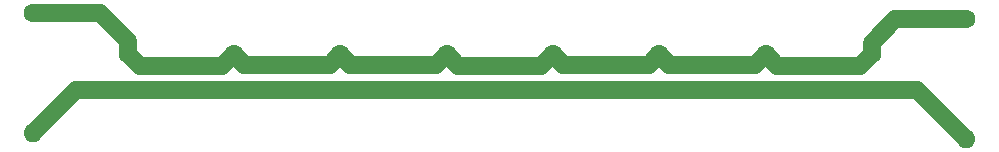
<source format=gbr>
G04 #@! TF.GenerationSoftware,KiCad,Pcbnew,(2018-02-08 revision b04b1dc)-master*
G04 #@! TF.CreationDate,2018-02-11T01:05:54-08:00*
G04 #@! TF.ProjectId,CAN Bus Hub,43414E20427573204875622E6B696361,1*
G04 #@! TF.SameCoordinates,Original*
G04 #@! TF.FileFunction,Copper,L1,Top,Signal*
G04 #@! TF.FilePolarity,Positive*
%FSLAX46Y46*%
G04 Gerber Fmt 4.6, Leading zero omitted, Abs format (unit mm)*
G04 Created by KiCad (PCBNEW (2018-02-08 revision b04b1dc)-master) date Sunday, February 11, 2018 at 01:05:54 AM*
%MOMM*%
%LPD*%
G01*
G04 APERTURE LIST*
%ADD10C,1.600000*%
%ADD11O,1.600000X1.600000*%
%ADD12C,1.500000*%
G04 APERTURE END LIST*
D10*
X143000000Y-77000000D03*
X143000000Y-74000000D03*
X151000000Y-71000000D03*
D11*
X151000000Y-81160000D03*
D10*
X80000000Y-74000000D03*
X80000000Y-77000000D03*
X88970000Y-77000000D03*
X88970000Y-74000000D03*
X98000000Y-74000000D03*
X98000000Y-77000000D03*
X107000000Y-77000000D03*
X107000000Y-74000000D03*
X116000000Y-74000000D03*
X116000000Y-77000000D03*
X125000000Y-77000000D03*
X125000000Y-74000000D03*
X134000000Y-74000000D03*
X134000000Y-77000000D03*
D11*
X72000000Y-80660000D03*
D10*
X72000000Y-70500000D03*
D12*
X143000000Y-74000000D02*
X143000000Y-73000000D01*
X145000000Y-71000000D02*
X149868630Y-71000000D01*
X149868630Y-71000000D02*
X151000000Y-71000000D01*
X143000000Y-73000000D02*
X145000000Y-71000000D01*
X80000000Y-74000000D02*
X80000000Y-72868630D01*
X73131370Y-70500000D02*
X72000000Y-70500000D01*
X80000000Y-72868630D02*
X77631370Y-70500000D01*
X77631370Y-70500000D02*
X73131370Y-70500000D01*
X134000000Y-74000000D02*
X135000000Y-75000000D01*
X135000000Y-75000000D02*
X142000000Y-75000000D01*
X142000000Y-75000000D02*
X142200001Y-74799999D01*
X142200001Y-74799999D02*
X143000000Y-74000000D01*
X125000000Y-74000000D02*
X125860001Y-74860001D01*
X125860001Y-74860001D02*
X133139999Y-74860001D01*
X133139999Y-74860001D02*
X133200001Y-74799999D01*
X133200001Y-74799999D02*
X134000000Y-74000000D01*
X116000000Y-74000000D02*
X116860001Y-74860001D01*
X116860001Y-74860001D02*
X124139999Y-74860001D01*
X124139999Y-74860001D02*
X124200001Y-74799999D01*
X124200001Y-74799999D02*
X125000000Y-74000000D01*
X107000000Y-74000000D02*
X108000000Y-75000000D01*
X108000000Y-75000000D02*
X115000000Y-75000000D01*
X115000000Y-75000000D02*
X115200001Y-74799999D01*
X115200001Y-74799999D02*
X116000000Y-74000000D01*
X98000000Y-74000000D02*
X98860001Y-74860001D01*
X98860001Y-74860001D02*
X106139999Y-74860001D01*
X106139999Y-74860001D02*
X106200001Y-74799999D01*
X106200001Y-74799999D02*
X107000000Y-74000000D01*
X88970000Y-74000000D02*
X89830001Y-74860001D01*
X89830001Y-74860001D02*
X97139999Y-74860001D01*
X97139999Y-74860001D02*
X97200001Y-74799999D01*
X97200001Y-74799999D02*
X98000000Y-74000000D01*
X80000000Y-74000000D02*
X81000000Y-75000000D01*
X81000000Y-75000000D02*
X87970000Y-75000000D01*
X87970000Y-75000000D02*
X88170001Y-74799999D01*
X88170001Y-74799999D02*
X88970000Y-74000000D01*
X143000000Y-77000000D02*
X146840000Y-77000000D01*
X146840000Y-77000000D02*
X151000000Y-81160000D01*
X80000000Y-77000000D02*
X75660000Y-77000000D01*
X75660000Y-77000000D02*
X72000000Y-80660000D01*
X134000000Y-77000000D02*
X143000000Y-77000000D01*
X125000000Y-77000000D02*
X134000000Y-77000000D01*
X116000000Y-77000000D02*
X125000000Y-77000000D01*
X107000000Y-77000000D02*
X116000000Y-77000000D01*
X98000000Y-77000000D02*
X107000000Y-77000000D01*
X88970000Y-77000000D02*
X98000000Y-77000000D01*
X80000000Y-77000000D02*
X88970000Y-77000000D01*
M02*

</source>
